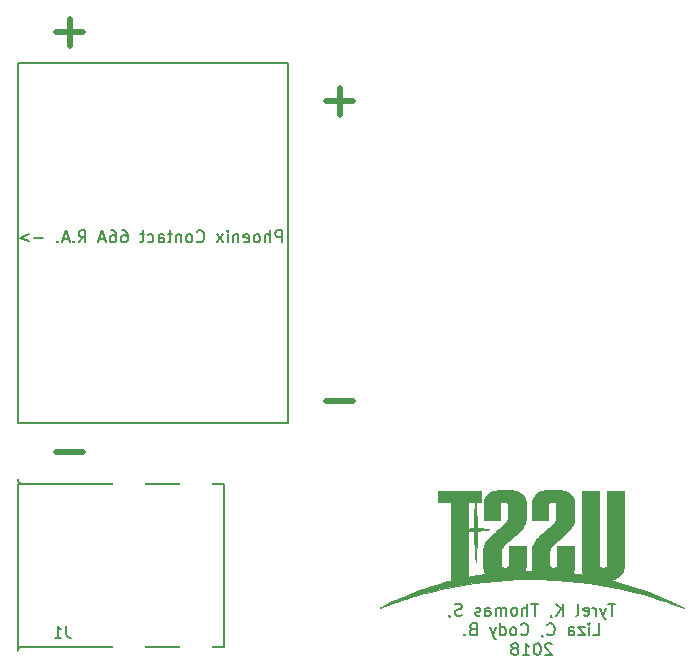
<source format=gbr>
G04 #@! TF.FileFunction,Legend,Bot*
%FSLAX46Y46*%
G04 Gerber Fmt 4.6, Leading zero omitted, Abs format (unit mm)*
G04 Created by KiCad (PCBNEW 4.0.7) date 05/16/18 04:16:24*
%MOMM*%
%LPD*%
G01*
G04 APERTURE LIST*
%ADD10C,0.100000*%
%ADD11C,0.170000*%
%ADD12C,0.500000*%
%ADD13C,0.150000*%
%ADD14C,0.010000*%
%ADD15C,3.600000*%
%ADD16R,2.000000X2.000000*%
%ADD17C,2.000000*%
%ADD18C,2.800000*%
%ADD19C,1.400000*%
%ADD20R,3.400000X3.400000*%
%ADD21C,3.400000*%
%ADD22C,3.200000*%
%ADD23R,1.400000X1.924000*%
G04 APERTURE END LIST*
D10*
D11*
X145247429Y-126306381D02*
X144676000Y-126306381D01*
X144961715Y-127306381D02*
X144961715Y-126306381D01*
X144437905Y-126639714D02*
X144199810Y-127306381D01*
X143961714Y-126639714D02*
X144199810Y-127306381D01*
X144295048Y-127544476D01*
X144342667Y-127592095D01*
X144437905Y-127639714D01*
X143580762Y-127306381D02*
X143580762Y-126639714D01*
X143580762Y-126830190D02*
X143533143Y-126734952D01*
X143485524Y-126687333D01*
X143390286Y-126639714D01*
X143295047Y-126639714D01*
X142580761Y-127258762D02*
X142675999Y-127306381D01*
X142866476Y-127306381D01*
X142961714Y-127258762D01*
X143009333Y-127163524D01*
X143009333Y-126782571D01*
X142961714Y-126687333D01*
X142866476Y-126639714D01*
X142675999Y-126639714D01*
X142580761Y-126687333D01*
X142533142Y-126782571D01*
X142533142Y-126877810D01*
X143009333Y-126973048D01*
X141961714Y-127306381D02*
X142056952Y-127258762D01*
X142104571Y-127163524D01*
X142104571Y-126306381D01*
X140818856Y-127306381D02*
X140818856Y-126306381D01*
X140247427Y-127306381D02*
X140675999Y-126734952D01*
X140247427Y-126306381D02*
X140818856Y-126877810D01*
X139771237Y-127258762D02*
X139771237Y-127306381D01*
X139818856Y-127401619D01*
X139866475Y-127449238D01*
X138723618Y-126306381D02*
X138152189Y-126306381D01*
X138437904Y-127306381D02*
X138437904Y-126306381D01*
X137818856Y-127306381D02*
X137818856Y-126306381D01*
X137390284Y-127306381D02*
X137390284Y-126782571D01*
X137437903Y-126687333D01*
X137533141Y-126639714D01*
X137675999Y-126639714D01*
X137771237Y-126687333D01*
X137818856Y-126734952D01*
X136771237Y-127306381D02*
X136866475Y-127258762D01*
X136914094Y-127211143D01*
X136961713Y-127115905D01*
X136961713Y-126830190D01*
X136914094Y-126734952D01*
X136866475Y-126687333D01*
X136771237Y-126639714D01*
X136628379Y-126639714D01*
X136533141Y-126687333D01*
X136485522Y-126734952D01*
X136437903Y-126830190D01*
X136437903Y-127115905D01*
X136485522Y-127211143D01*
X136533141Y-127258762D01*
X136628379Y-127306381D01*
X136771237Y-127306381D01*
X136009332Y-127306381D02*
X136009332Y-126639714D01*
X136009332Y-126734952D02*
X135961713Y-126687333D01*
X135866475Y-126639714D01*
X135723617Y-126639714D01*
X135628379Y-126687333D01*
X135580760Y-126782571D01*
X135580760Y-127306381D01*
X135580760Y-126782571D02*
X135533141Y-126687333D01*
X135437903Y-126639714D01*
X135295046Y-126639714D01*
X135199808Y-126687333D01*
X135152189Y-126782571D01*
X135152189Y-127306381D01*
X134247427Y-127306381D02*
X134247427Y-126782571D01*
X134295046Y-126687333D01*
X134390284Y-126639714D01*
X134580761Y-126639714D01*
X134675999Y-126687333D01*
X134247427Y-127258762D02*
X134342665Y-127306381D01*
X134580761Y-127306381D01*
X134675999Y-127258762D01*
X134723618Y-127163524D01*
X134723618Y-127068286D01*
X134675999Y-126973048D01*
X134580761Y-126925429D01*
X134342665Y-126925429D01*
X134247427Y-126877810D01*
X133818856Y-127258762D02*
X133723618Y-127306381D01*
X133533142Y-127306381D01*
X133437903Y-127258762D01*
X133390284Y-127163524D01*
X133390284Y-127115905D01*
X133437903Y-127020667D01*
X133533142Y-126973048D01*
X133675999Y-126973048D01*
X133771237Y-126925429D01*
X133818856Y-126830190D01*
X133818856Y-126782571D01*
X133771237Y-126687333D01*
X133675999Y-126639714D01*
X133533142Y-126639714D01*
X133437903Y-126687333D01*
X132247427Y-127258762D02*
X132104570Y-127306381D01*
X131866474Y-127306381D01*
X131771236Y-127258762D01*
X131723617Y-127211143D01*
X131675998Y-127115905D01*
X131675998Y-127020667D01*
X131723617Y-126925429D01*
X131771236Y-126877810D01*
X131866474Y-126830190D01*
X132056951Y-126782571D01*
X132152189Y-126734952D01*
X132199808Y-126687333D01*
X132247427Y-126592095D01*
X132247427Y-126496857D01*
X132199808Y-126401619D01*
X132152189Y-126354000D01*
X132056951Y-126306381D01*
X131818855Y-126306381D01*
X131675998Y-126354000D01*
X131199808Y-127258762D02*
X131199808Y-127306381D01*
X131247427Y-127401619D01*
X131295046Y-127449238D01*
X143366476Y-128976381D02*
X143842667Y-128976381D01*
X143842667Y-127976381D01*
X143033143Y-128976381D02*
X143033143Y-128309714D01*
X143033143Y-127976381D02*
X143080762Y-128024000D01*
X143033143Y-128071619D01*
X142985524Y-128024000D01*
X143033143Y-127976381D01*
X143033143Y-128071619D01*
X142652191Y-128309714D02*
X142128381Y-128309714D01*
X142652191Y-128976381D01*
X142128381Y-128976381D01*
X141318857Y-128976381D02*
X141318857Y-128452571D01*
X141366476Y-128357333D01*
X141461714Y-128309714D01*
X141652191Y-128309714D01*
X141747429Y-128357333D01*
X141318857Y-128928762D02*
X141414095Y-128976381D01*
X141652191Y-128976381D01*
X141747429Y-128928762D01*
X141795048Y-128833524D01*
X141795048Y-128738286D01*
X141747429Y-128643048D01*
X141652191Y-128595429D01*
X141414095Y-128595429D01*
X141318857Y-128547810D01*
X139509333Y-128881143D02*
X139556952Y-128928762D01*
X139699809Y-128976381D01*
X139795047Y-128976381D01*
X139937905Y-128928762D01*
X140033143Y-128833524D01*
X140080762Y-128738286D01*
X140128381Y-128547810D01*
X140128381Y-128404952D01*
X140080762Y-128214476D01*
X140033143Y-128119238D01*
X139937905Y-128024000D01*
X139795047Y-127976381D01*
X139699809Y-127976381D01*
X139556952Y-128024000D01*
X139509333Y-128071619D01*
X139033143Y-128928762D02*
X139033143Y-128976381D01*
X139080762Y-129071619D01*
X139128381Y-129119238D01*
X137271238Y-128881143D02*
X137318857Y-128928762D01*
X137461714Y-128976381D01*
X137556952Y-128976381D01*
X137699810Y-128928762D01*
X137795048Y-128833524D01*
X137842667Y-128738286D01*
X137890286Y-128547810D01*
X137890286Y-128404952D01*
X137842667Y-128214476D01*
X137795048Y-128119238D01*
X137699810Y-128024000D01*
X137556952Y-127976381D01*
X137461714Y-127976381D01*
X137318857Y-128024000D01*
X137271238Y-128071619D01*
X136699810Y-128976381D02*
X136795048Y-128928762D01*
X136842667Y-128881143D01*
X136890286Y-128785905D01*
X136890286Y-128500190D01*
X136842667Y-128404952D01*
X136795048Y-128357333D01*
X136699810Y-128309714D01*
X136556952Y-128309714D01*
X136461714Y-128357333D01*
X136414095Y-128404952D01*
X136366476Y-128500190D01*
X136366476Y-128785905D01*
X136414095Y-128881143D01*
X136461714Y-128928762D01*
X136556952Y-128976381D01*
X136699810Y-128976381D01*
X135509333Y-128976381D02*
X135509333Y-127976381D01*
X135509333Y-128928762D02*
X135604571Y-128976381D01*
X135795048Y-128976381D01*
X135890286Y-128928762D01*
X135937905Y-128881143D01*
X135985524Y-128785905D01*
X135985524Y-128500190D01*
X135937905Y-128404952D01*
X135890286Y-128357333D01*
X135795048Y-128309714D01*
X135604571Y-128309714D01*
X135509333Y-128357333D01*
X135128381Y-128309714D02*
X134890286Y-128976381D01*
X134652190Y-128309714D02*
X134890286Y-128976381D01*
X134985524Y-129214476D01*
X135033143Y-129262095D01*
X135128381Y-129309714D01*
X133175999Y-128452571D02*
X133033142Y-128500190D01*
X132985523Y-128547810D01*
X132937904Y-128643048D01*
X132937904Y-128785905D01*
X132985523Y-128881143D01*
X133033142Y-128928762D01*
X133128380Y-128976381D01*
X133509333Y-128976381D01*
X133509333Y-127976381D01*
X133175999Y-127976381D01*
X133080761Y-128024000D01*
X133033142Y-128071619D01*
X132985523Y-128166857D01*
X132985523Y-128262095D01*
X133033142Y-128357333D01*
X133080761Y-128404952D01*
X133175999Y-128452571D01*
X133509333Y-128452571D01*
X132509333Y-128881143D02*
X132461714Y-128928762D01*
X132509333Y-128976381D01*
X132556952Y-128928762D01*
X132509333Y-128881143D01*
X132509333Y-128976381D01*
X139890286Y-129741619D02*
X139842667Y-129694000D01*
X139747429Y-129646381D01*
X139509333Y-129646381D01*
X139414095Y-129694000D01*
X139366476Y-129741619D01*
X139318857Y-129836857D01*
X139318857Y-129932095D01*
X139366476Y-130074952D01*
X139937905Y-130646381D01*
X139318857Y-130646381D01*
X138699810Y-129646381D02*
X138604571Y-129646381D01*
X138509333Y-129694000D01*
X138461714Y-129741619D01*
X138414095Y-129836857D01*
X138366476Y-130027333D01*
X138366476Y-130265429D01*
X138414095Y-130455905D01*
X138461714Y-130551143D01*
X138509333Y-130598762D01*
X138604571Y-130646381D01*
X138699810Y-130646381D01*
X138795048Y-130598762D01*
X138842667Y-130551143D01*
X138890286Y-130455905D01*
X138937905Y-130265429D01*
X138937905Y-130027333D01*
X138890286Y-129836857D01*
X138842667Y-129741619D01*
X138795048Y-129694000D01*
X138699810Y-129646381D01*
X137414095Y-130646381D02*
X137985524Y-130646381D01*
X137699810Y-130646381D02*
X137699810Y-129646381D01*
X137795048Y-129789238D01*
X137890286Y-129884476D01*
X137985524Y-129932095D01*
X136842667Y-130074952D02*
X136937905Y-130027333D01*
X136985524Y-129979714D01*
X137033143Y-129884476D01*
X137033143Y-129836857D01*
X136985524Y-129741619D01*
X136937905Y-129694000D01*
X136842667Y-129646381D01*
X136652190Y-129646381D01*
X136556952Y-129694000D01*
X136509333Y-129741619D01*
X136461714Y-129836857D01*
X136461714Y-129884476D01*
X136509333Y-129979714D01*
X136556952Y-130027333D01*
X136652190Y-130074952D01*
X136842667Y-130074952D01*
X136937905Y-130122571D01*
X136985524Y-130170190D01*
X137033143Y-130265429D01*
X137033143Y-130455905D01*
X136985524Y-130551143D01*
X136937905Y-130598762D01*
X136842667Y-130646381D01*
X136652190Y-130646381D01*
X136556952Y-130598762D01*
X136509333Y-130551143D01*
X136461714Y-130455905D01*
X136461714Y-130265429D01*
X136509333Y-130170190D01*
X136556952Y-130122571D01*
X136652190Y-130074952D01*
D12*
X123062857Y-109180286D02*
X120777143Y-109180286D01*
X100202857Y-113498286D02*
X97917143Y-113498286D01*
X123062857Y-83780286D02*
X120777143Y-83780286D01*
X121920000Y-84923143D02*
X121920000Y-82637429D01*
X100202857Y-77938286D02*
X97917143Y-77938286D01*
X99060000Y-79081143D02*
X99060000Y-76795429D01*
D13*
X94649272Y-130294668D02*
G75*
G02X94989272Y-129934668I350000J10000D01*
G01*
X94979272Y-116134668D02*
G75*
G02X94649272Y-115784668I10000J340000D01*
G01*
X112099272Y-116134668D02*
X112109272Y-129934668D01*
X112109272Y-129934668D02*
X94649272Y-129934668D01*
X94649272Y-129934668D02*
X94649272Y-116134668D01*
X94649272Y-116134668D02*
X112109272Y-116134668D01*
X94688000Y-80528000D02*
X94688000Y-81798000D01*
X117548000Y-80528000D02*
X94688000Y-80528000D01*
X117548000Y-111008000D02*
X117548000Y-80528000D01*
X94688000Y-111008000D02*
X117548000Y-111008000D01*
X94688000Y-81798000D02*
X94688000Y-111008000D01*
D14*
G36*
X139856139Y-116665918D02*
X139706762Y-116670198D01*
X139577803Y-116676541D01*
X139464325Y-116685496D01*
X139361391Y-116697610D01*
X139264066Y-116713430D01*
X139167412Y-116733503D01*
X139099927Y-116749767D01*
X138921662Y-116804100D01*
X138764671Y-116871876D01*
X138628417Y-116953518D01*
X138512366Y-117049452D01*
X138415981Y-117160101D01*
X138338726Y-117285890D01*
X138294139Y-117387419D01*
X138278607Y-117429898D01*
X138265222Y-117470099D01*
X138253824Y-117510224D01*
X138244256Y-117552476D01*
X138236357Y-117599054D01*
X138229969Y-117652161D01*
X138224933Y-117713997D01*
X138221089Y-117786765D01*
X138218278Y-117872665D01*
X138216342Y-117973900D01*
X138215121Y-118092669D01*
X138214456Y-118231176D01*
X138214188Y-118391621D01*
X138214152Y-118494175D01*
X138214100Y-119253000D01*
X139585700Y-119253000D01*
X139585700Y-118544490D01*
X139585701Y-117835981D01*
X139614275Y-117779315D01*
X139654064Y-117728127D01*
X139714261Y-117690129D01*
X139793309Y-117665759D01*
X139889651Y-117655451D01*
X140001729Y-117659644D01*
X140030178Y-117662780D01*
X140109606Y-117675974D01*
X140168651Y-117694632D01*
X140212135Y-117721068D01*
X140244879Y-117757594D01*
X140252450Y-117769397D01*
X140258163Y-117779702D01*
X140262948Y-117791497D01*
X140266889Y-117806986D01*
X140270067Y-117828372D01*
X140272564Y-117857857D01*
X140274461Y-117897644D01*
X140275842Y-117949936D01*
X140276787Y-118016936D01*
X140277378Y-118100846D01*
X140277698Y-118203870D01*
X140277828Y-118328211D01*
X140277850Y-118452900D01*
X140277814Y-118605291D01*
X140277544Y-118734619D01*
X140276801Y-118843217D01*
X140275346Y-118933423D01*
X140272941Y-119007571D01*
X140269345Y-119067997D01*
X140264319Y-119117037D01*
X140257624Y-119157027D01*
X140249020Y-119190302D01*
X140238270Y-119219197D01*
X140225132Y-119246049D01*
X140209368Y-119273193D01*
X140190761Y-119302929D01*
X140168261Y-119337249D01*
X140144076Y-119371081D01*
X140116733Y-119405845D01*
X140084758Y-119442959D01*
X140046679Y-119483845D01*
X140001021Y-119529922D01*
X139946313Y-119582609D01*
X139881080Y-119643328D01*
X139803849Y-119713496D01*
X139713147Y-119794534D01*
X139607502Y-119887863D01*
X139485439Y-119994901D01*
X139350750Y-120112479D01*
X139179105Y-120263852D01*
X139026800Y-120402087D01*
X138892436Y-120528711D01*
X138774615Y-120645250D01*
X138671939Y-120753232D01*
X138583009Y-120854184D01*
X138506427Y-120949633D01*
X138440794Y-121041107D01*
X138384711Y-121130131D01*
X138336781Y-121218233D01*
X138335144Y-121221500D01*
X138300573Y-121294424D01*
X138270663Y-121366705D01*
X138245134Y-121440659D01*
X138223704Y-121518600D01*
X138206093Y-121602842D01*
X138192022Y-121695702D01*
X138181209Y-121799493D01*
X138173374Y-121916531D01*
X138168237Y-122049130D01*
X138165516Y-122199606D01*
X138164933Y-122370273D01*
X138166205Y-122563445D01*
X138166732Y-122611462D01*
X138168747Y-122761539D01*
X138171151Y-122889028D01*
X138174169Y-122996744D01*
X138178024Y-123087500D01*
X138182942Y-123164108D01*
X138189147Y-123229381D01*
X138196862Y-123286132D01*
X138206313Y-123337175D01*
X138217722Y-123385322D01*
X138231316Y-123433385D01*
X138232607Y-123437650D01*
X138243595Y-123475378D01*
X138250657Y-123502724D01*
X138252063Y-123510675D01*
X138239956Y-123513227D01*
X138205778Y-123515520D01*
X138152857Y-123517460D01*
X138084522Y-123518950D01*
X138004100Y-123519895D01*
X137921145Y-123520200D01*
X137820888Y-123520104D01*
X137743248Y-123519690D01*
X137685444Y-123518767D01*
X137644691Y-123517144D01*
X137618209Y-123514630D01*
X137603214Y-123511034D01*
X137596923Y-123506166D01*
X137596556Y-123499834D01*
X137597071Y-123497975D01*
X137620952Y-123411744D01*
X137642899Y-123314118D01*
X137660203Y-123218050D01*
X137668145Y-123158250D01*
X137670297Y-123125237D01*
X137672334Y-123069387D01*
X137674222Y-122993262D01*
X137675925Y-122899426D01*
X137677410Y-122790441D01*
X137678642Y-122668869D01*
X137679586Y-122537274D01*
X137680209Y-122398217D01*
X137680475Y-122254263D01*
X137680480Y-122240675D01*
X137680700Y-121437400D01*
X136246133Y-121437400D01*
X136242692Y-122272425D01*
X136242075Y-122443190D01*
X136241570Y-122590411D01*
X136240934Y-122715940D01*
X136239920Y-122821630D01*
X136238285Y-122909335D01*
X136235784Y-122980907D01*
X136232173Y-123038199D01*
X136227205Y-123083065D01*
X136220638Y-123117356D01*
X136212226Y-123142926D01*
X136201724Y-123161629D01*
X136188888Y-123175316D01*
X136173473Y-123185841D01*
X136155234Y-123195056D01*
X136133928Y-123204816D01*
X136118600Y-123212187D01*
X136085831Y-123227547D01*
X136056394Y-123237624D01*
X136023513Y-123243515D01*
X135980411Y-123246317D01*
X135920312Y-123247129D01*
X135902700Y-123247150D01*
X135811684Y-123244517D01*
X135740580Y-123235634D01*
X135684355Y-123219021D01*
X135637972Y-123193201D01*
X135597065Y-123157381D01*
X135553450Y-123112377D01*
X135553450Y-121773950D01*
X135598966Y-121678700D01*
X135624678Y-121628737D01*
X135654448Y-121579018D01*
X135689737Y-121528045D01*
X135732009Y-121474324D01*
X135782727Y-121416357D01*
X135843354Y-121352648D01*
X135915353Y-121281702D01*
X136000187Y-121202022D01*
X136099319Y-121112112D01*
X136214212Y-121010476D01*
X136346328Y-120895618D01*
X136461779Y-120796314D01*
X136636712Y-120644659D01*
X136791847Y-120506442D01*
X136928255Y-120380620D01*
X137047007Y-120266152D01*
X137149172Y-120161993D01*
X137235821Y-120067102D01*
X137308025Y-119980436D01*
X137333600Y-119947174D01*
X137409479Y-119837769D01*
X137480381Y-119720135D01*
X137542327Y-119601585D01*
X137591341Y-119489434D01*
X137608641Y-119441430D01*
X137621819Y-119400359D01*
X137633114Y-119361138D01*
X137642669Y-119321498D01*
X137650628Y-119279168D01*
X137657132Y-119231878D01*
X137662324Y-119177356D01*
X137666347Y-119113334D01*
X137669344Y-119037539D01*
X137671456Y-118947703D01*
X137672827Y-118841554D01*
X137673599Y-118716823D01*
X137673914Y-118571238D01*
X137673916Y-118402529D01*
X137673916Y-118402100D01*
X137673482Y-117671850D01*
X137639807Y-117548357D01*
X137585550Y-117392598D01*
X137511964Y-117253089D01*
X137418615Y-117129299D01*
X137305071Y-117020701D01*
X137170896Y-116926764D01*
X137096500Y-116885419D01*
X137003287Y-116841242D01*
X136905738Y-116803065D01*
X136799688Y-116769729D01*
X136680974Y-116740075D01*
X136545433Y-116712944D01*
X136388901Y-116687177D01*
X136378950Y-116685679D01*
X136317142Y-116678976D01*
X136234457Y-116673802D01*
X136135370Y-116670128D01*
X136024357Y-116667931D01*
X135905895Y-116667183D01*
X135784458Y-116667858D01*
X135664522Y-116669931D01*
X135550562Y-116673375D01*
X135447054Y-116678164D01*
X135358475Y-116684273D01*
X135289298Y-116691675D01*
X135286750Y-116692033D01*
X135078364Y-116728870D01*
X134892171Y-116777160D01*
X134727486Y-116837321D01*
X134583623Y-116909772D01*
X134459896Y-116994935D01*
X134355620Y-117093227D01*
X134270110Y-117205069D01*
X134202679Y-117330880D01*
X134188851Y-117363849D01*
X134173185Y-117403473D01*
X134159675Y-117439470D01*
X134148148Y-117474003D01*
X134138432Y-117509236D01*
X134130357Y-117547335D01*
X134123750Y-117590463D01*
X134118440Y-117640785D01*
X134114255Y-117700465D01*
X134111023Y-117771667D01*
X134108573Y-117856555D01*
X134106733Y-117957293D01*
X134105331Y-118076047D01*
X134104195Y-118214980D01*
X134103155Y-118376256D01*
X134102714Y-118449724D01*
X134097913Y-119252999D01*
X134784407Y-119252999D01*
X135470900Y-119253000D01*
X135470900Y-118545809D01*
X135470925Y-118393786D01*
X135471049Y-118265043D01*
X135471343Y-118157458D01*
X135471883Y-118068913D01*
X135472741Y-117997285D01*
X135473991Y-117940455D01*
X135475705Y-117896302D01*
X135477957Y-117862706D01*
X135480820Y-117837546D01*
X135484367Y-117818701D01*
X135488672Y-117804052D01*
X135493807Y-117791478D01*
X135497202Y-117784288D01*
X135527302Y-117737906D01*
X135568697Y-117704243D01*
X135625863Y-117680741D01*
X135703277Y-117664840D01*
X135707130Y-117664287D01*
X135824575Y-117655299D01*
X135931398Y-117662394D01*
X136023390Y-117685188D01*
X136048361Y-117695437D01*
X136072801Y-117706367D01*
X136093506Y-117716355D01*
X136110783Y-117727479D01*
X136124942Y-117741814D01*
X136136293Y-117761437D01*
X136145143Y-117788423D01*
X136151803Y-117824849D01*
X136156582Y-117872790D01*
X136159789Y-117934324D01*
X136161733Y-118011525D01*
X136162723Y-118106471D01*
X136163068Y-118221237D01*
X136163078Y-118357899D01*
X136163050Y-118465600D01*
X136163033Y-118611175D01*
X136162920Y-118733618D01*
X136162622Y-118835199D01*
X136162047Y-118918185D01*
X136161106Y-118984845D01*
X136159707Y-119037448D01*
X136157761Y-119078263D01*
X136155177Y-119109557D01*
X136151865Y-119133599D01*
X136147733Y-119152658D01*
X136142692Y-119169003D01*
X136136652Y-119184901D01*
X136134117Y-119191193D01*
X136111994Y-119237500D01*
X136080739Y-119292660D01*
X136046761Y-119345436D01*
X136043606Y-119349943D01*
X136023342Y-119378239D01*
X136003250Y-119405044D01*
X135981954Y-119431645D01*
X135958074Y-119459332D01*
X135930231Y-119489395D01*
X135897047Y-119523123D01*
X135857143Y-119561805D01*
X135809140Y-119606730D01*
X135751660Y-119659188D01*
X135683323Y-119720467D01*
X135602752Y-119791858D01*
X135508568Y-119874650D01*
X135399391Y-119970131D01*
X135273844Y-120079591D01*
X135130547Y-120204319D01*
X135122356Y-120211445D01*
X135047669Y-120277800D01*
X134962197Y-120355992D01*
X134872810Y-120439595D01*
X134786375Y-120522184D01*
X134709762Y-120597333D01*
X134708298Y-120598795D01*
X134567569Y-120745061D01*
X134447799Y-120882502D01*
X134347360Y-121013908D01*
X134264624Y-121142070D01*
X134197960Y-121269779D01*
X134145741Y-121399826D01*
X134106337Y-121535001D01*
X134078120Y-121678096D01*
X134078026Y-121678700D01*
X134072700Y-121715645D01*
X134068252Y-121754106D01*
X134064603Y-121796679D01*
X134061678Y-121845960D01*
X134059400Y-121904544D01*
X134057692Y-121975028D01*
X134056479Y-122060005D01*
X134055684Y-122162073D01*
X134055230Y-122283827D01*
X134055042Y-122427863D01*
X134055029Y-122459750D01*
X134055175Y-122623900D01*
X134055821Y-122765079D01*
X134057131Y-122885711D01*
X134059268Y-122988223D01*
X134062395Y-123075041D01*
X134066675Y-123148589D01*
X134072272Y-123211295D01*
X134079349Y-123265583D01*
X134088069Y-123313880D01*
X134098596Y-123358611D01*
X134111092Y-123402202D01*
X134120422Y-123431300D01*
X134170296Y-123553959D01*
X134239984Y-123678596D01*
X134267817Y-123721117D01*
X134287878Y-123752500D01*
X134299395Y-123773988D01*
X134300550Y-123779537D01*
X134287265Y-123782239D01*
X134252387Y-123787889D01*
X134199481Y-123795950D01*
X134132111Y-123805885D01*
X134053845Y-123817156D01*
X134004050Y-123824209D01*
X133915841Y-123837103D01*
X133808756Y-123853525D01*
X133688916Y-123872492D01*
X133562442Y-123893017D01*
X133435455Y-123914117D01*
X133314075Y-123934806D01*
X133281796Y-123940414D01*
X133179951Y-123958105D01*
X133085700Y-123974312D01*
X133002056Y-123988529D01*
X132932030Y-124000251D01*
X132878636Y-124008973D01*
X132844885Y-124014189D01*
X132834121Y-124015500D01*
X132831739Y-124012482D01*
X132829575Y-124002689D01*
X132827621Y-123985015D01*
X132825865Y-123958350D01*
X132824299Y-123921588D01*
X132822912Y-123873620D01*
X132821694Y-123813339D01*
X132820635Y-123739637D01*
X132819725Y-123651407D01*
X132818955Y-123547540D01*
X132818314Y-123426929D01*
X132817791Y-123288466D01*
X132817378Y-123131043D01*
X132817065Y-122953553D01*
X132816840Y-122754888D01*
X132816695Y-122533939D01*
X132816618Y-122289601D01*
X132816600Y-122072717D01*
X132816601Y-120129935D01*
X132851525Y-120135555D01*
X132876377Y-120138980D01*
X132920921Y-120144571D01*
X132979608Y-120151651D01*
X133046890Y-120159544D01*
X133073571Y-120162617D01*
X133260692Y-120184059D01*
X133266981Y-120223354D01*
X133268797Y-120242488D01*
X133271967Y-120284785D01*
X133276350Y-120348054D01*
X133281805Y-120430103D01*
X133288191Y-120528739D01*
X133295367Y-120641769D01*
X133303191Y-120767003D01*
X133311523Y-120902248D01*
X133320220Y-121045311D01*
X133324711Y-121119900D01*
X133340287Y-121377873D01*
X133354577Y-121611156D01*
X133367628Y-121820423D01*
X133379488Y-122006350D01*
X133390204Y-122169610D01*
X133399824Y-122310880D01*
X133408396Y-122430833D01*
X133415967Y-122530144D01*
X133422584Y-122609489D01*
X133428294Y-122669541D01*
X133433146Y-122710975D01*
X133437187Y-122734467D01*
X133438655Y-122739150D01*
X133445580Y-122749514D01*
X133449354Y-122739182D01*
X133450864Y-122707400D01*
X133451957Y-122675102D01*
X133454331Y-122623288D01*
X133457694Y-122557791D01*
X133461750Y-122484446D01*
X133464299Y-122440700D01*
X133467505Y-122383270D01*
X133471776Y-122301005D01*
X133477088Y-122194448D01*
X133483414Y-122064140D01*
X133490730Y-121910623D01*
X133499010Y-121734439D01*
X133508229Y-121536129D01*
X133518362Y-121316237D01*
X133529382Y-121075302D01*
X133541265Y-120813869D01*
X133553985Y-120532477D01*
X133561317Y-120369667D01*
X133569642Y-120184584D01*
X134053546Y-120104106D01*
X134161377Y-120086007D01*
X134261340Y-120068911D01*
X134350661Y-120053315D01*
X134426568Y-120039718D01*
X134486290Y-120028618D01*
X134527052Y-120020512D01*
X134546083Y-120015900D01*
X134547045Y-120015434D01*
X134537902Y-120011489D01*
X134506117Y-120005091D01*
X134454291Y-119996595D01*
X134385025Y-119986353D01*
X134300923Y-119974720D01*
X134204585Y-119962049D01*
X134098614Y-119948693D01*
X133985612Y-119935005D01*
X133868179Y-119921340D01*
X133789605Y-119912516D01*
X133718687Y-119904393D01*
X133657002Y-119896801D01*
X133608798Y-119890305D01*
X133578320Y-119885471D01*
X133569596Y-119883228D01*
X133567768Y-119869830D01*
X133564652Y-119833522D01*
X133560411Y-119776756D01*
X133555213Y-119701981D01*
X133549221Y-119611647D01*
X133542603Y-119508204D01*
X133535523Y-119394101D01*
X133528147Y-119271788D01*
X133527108Y-119254283D01*
X133518659Y-119112259D01*
X133509687Y-118962574D01*
X133500501Y-118810279D01*
X133491407Y-118660428D01*
X133482713Y-118518074D01*
X133474725Y-118388268D01*
X133467750Y-118276063D01*
X133464542Y-118225025D01*
X133458242Y-118123915D01*
X133452503Y-118029153D01*
X133447523Y-117944197D01*
X133443497Y-117872505D01*
X133440623Y-117817536D01*
X133439097Y-117782747D01*
X133438900Y-117774074D01*
X133438900Y-117729000D01*
X133353931Y-117729000D01*
X133345634Y-117954425D01*
X133341712Y-118057501D01*
X133337004Y-118175365D01*
X133331642Y-118305147D01*
X133325756Y-118443980D01*
X133319477Y-118588996D01*
X133312937Y-118737325D01*
X133306265Y-118886101D01*
X133299593Y-119032454D01*
X133293050Y-119173516D01*
X133286769Y-119306420D01*
X133280880Y-119428296D01*
X133275513Y-119536278D01*
X133270800Y-119627496D01*
X133266871Y-119699082D01*
X133263856Y-119748168D01*
X133263847Y-119748300D01*
X133254750Y-119881650D01*
X133064250Y-119915245D01*
X132995574Y-119927119D01*
X132933949Y-119937334D01*
X132884563Y-119945063D01*
X132852601Y-119949479D01*
X132845175Y-119950170D01*
X132816600Y-119951500D01*
X132816600Y-117729000D01*
X133353931Y-117729000D01*
X133438900Y-117729000D01*
X133908800Y-117729000D01*
X133908800Y-116738400D01*
X130238500Y-116738400D01*
X130238500Y-117728724D01*
X131311650Y-117735350D01*
X131318048Y-124357408D01*
X131270399Y-124369879D01*
X131235569Y-124378859D01*
X131185474Y-124391608D01*
X131129493Y-124405743D01*
X131114800Y-124409433D01*
X130774109Y-124498528D01*
X130415753Y-124599077D01*
X130043978Y-124709683D01*
X129663030Y-124828948D01*
X129277153Y-124955478D01*
X128890594Y-125087874D01*
X128507597Y-125224741D01*
X128132407Y-125364681D01*
X127769270Y-125506297D01*
X127715789Y-125527724D01*
X127505446Y-125613577D01*
X127286234Y-125705433D01*
X127061453Y-125801790D01*
X126834405Y-125901148D01*
X126608388Y-126002007D01*
X126386704Y-126102868D01*
X126172654Y-126202229D01*
X125969537Y-126298591D01*
X125780654Y-126390453D01*
X125609306Y-126476316D01*
X125472706Y-126547279D01*
X125406341Y-126583237D01*
X125354597Y-126612788D01*
X125318979Y-126634905D01*
X125300988Y-126648561D01*
X125302127Y-126652729D01*
X125323899Y-126646382D01*
X125332400Y-126643165D01*
X125666525Y-126515747D01*
X126018555Y-126386115D01*
X126383655Y-126255884D01*
X126756990Y-126126669D01*
X127133724Y-126000085D01*
X127509024Y-125877746D01*
X127878054Y-125761268D01*
X128235979Y-125652264D01*
X128577965Y-125552351D01*
X128710049Y-125515059D01*
X129619610Y-125274197D01*
X130534635Y-125058089D01*
X131454708Y-124866780D01*
X132379417Y-124700314D01*
X133308348Y-124558734D01*
X134241087Y-124442084D01*
X135177220Y-124350408D01*
X136116334Y-124283749D01*
X137058016Y-124242153D01*
X138001851Y-124225661D01*
X138947426Y-124234319D01*
X139894328Y-124268171D01*
X140277850Y-124289043D01*
X141208834Y-124357226D01*
X142137916Y-124450228D01*
X143064026Y-124567865D01*
X143986095Y-124709956D01*
X144903055Y-124876316D01*
X145813835Y-125066763D01*
X146717368Y-125281114D01*
X147612583Y-125519184D01*
X147843965Y-125584980D01*
X148146154Y-125673962D01*
X148461233Y-125770288D01*
X148783892Y-125872203D01*
X149108822Y-125977952D01*
X149430714Y-126085777D01*
X149744259Y-126193924D01*
X150044146Y-126300636D01*
X150325068Y-126404157D01*
X150355300Y-126415545D01*
X150491434Y-126466682D01*
X150616868Y-126513280D01*
X150729898Y-126554735D01*
X150828817Y-126590440D01*
X150911921Y-126619791D01*
X150977505Y-126642183D01*
X151023864Y-126657011D01*
X151049293Y-126663670D01*
X151053800Y-126663426D01*
X151042657Y-126654384D01*
X151010676Y-126635660D01*
X150960034Y-126608319D01*
X150892908Y-126573428D01*
X150811473Y-126532054D01*
X150717905Y-126485265D01*
X150614381Y-126434126D01*
X150503076Y-126379704D01*
X150386167Y-126323066D01*
X150265830Y-126265280D01*
X150144241Y-126207410D01*
X150023576Y-126150526D01*
X149906010Y-126095692D01*
X149793721Y-126043976D01*
X149743480Y-126021092D01*
X149212945Y-125787179D01*
X148672583Y-125562109D01*
X148126016Y-125347162D01*
X147576866Y-125143619D01*
X147028753Y-124952760D01*
X146485300Y-124775866D01*
X145950128Y-124614217D01*
X145426858Y-124469092D01*
X145157825Y-124399873D01*
X145076345Y-124379157D01*
X145003763Y-124360050D01*
X144943493Y-124343505D01*
X144898948Y-124330474D01*
X144873543Y-124321911D01*
X144868900Y-124319257D01*
X144880010Y-124311503D01*
X144909577Y-124298196D01*
X144951954Y-124281800D01*
X144967325Y-124276294D01*
X145064929Y-124238224D01*
X145170879Y-124190557D01*
X145275904Y-124137836D01*
X145370731Y-124084608D01*
X145415000Y-124056880D01*
X145562835Y-123948701D01*
X145688003Y-123832601D01*
X145792762Y-123705555D01*
X145879370Y-123564540D01*
X145950083Y-123406532D01*
X145991019Y-123285250D01*
X146017666Y-123196350D01*
X146021302Y-119967374D01*
X146024938Y-116738399D01*
X145281819Y-116738399D01*
X144538700Y-116738400D01*
X144536715Y-117484525D01*
X144536501Y-117575917D01*
X144536281Y-117690935D01*
X144536055Y-117827808D01*
X144535827Y-117984760D01*
X144535597Y-118160019D01*
X144535368Y-118351812D01*
X144535141Y-118558364D01*
X144534918Y-118777904D01*
X144534701Y-119008657D01*
X144534491Y-119248850D01*
X144534291Y-119496710D01*
X144534102Y-119750464D01*
X144533925Y-120008338D01*
X144533763Y-120268559D01*
X144533617Y-120529354D01*
X144533540Y-120681750D01*
X144533367Y-120929614D01*
X144533095Y-121170803D01*
X144532729Y-121404077D01*
X144532276Y-121628199D01*
X144531742Y-121841931D01*
X144531131Y-122044036D01*
X144530450Y-122233276D01*
X144529705Y-122408412D01*
X144528901Y-122568207D01*
X144528045Y-122711423D01*
X144527142Y-122836822D01*
X144526197Y-122943167D01*
X144525217Y-123029219D01*
X144524207Y-123093742D01*
X144523174Y-123135496D01*
X144522122Y-123153244D01*
X144521988Y-123153716D01*
X144505632Y-123169354D01*
X144472949Y-123189926D01*
X144433088Y-123209995D01*
X144338590Y-123240935D01*
X144238372Y-123253197D01*
X144138431Y-123247199D01*
X144044766Y-123223359D01*
X143963375Y-123182096D01*
X143955706Y-123176713D01*
X143901381Y-123137360D01*
X143903822Y-121299955D01*
X143904122Y-121055239D01*
X143904391Y-120797963D01*
X143904627Y-120531351D01*
X143904830Y-120258627D01*
X143904997Y-119983016D01*
X143905129Y-119707743D01*
X143905223Y-119436031D01*
X143905279Y-119171105D01*
X143905296Y-118916191D01*
X143905272Y-118674512D01*
X143905205Y-118449292D01*
X143905096Y-118243756D01*
X143904982Y-118100475D01*
X143903700Y-116738400D01*
X142404594Y-116738400D01*
X142408655Y-120088025D01*
X142409059Y-120436265D01*
X142409410Y-120760045D01*
X142409731Y-121060304D01*
X142410043Y-121337982D01*
X142410368Y-121594018D01*
X142410729Y-121829353D01*
X142411147Y-122044924D01*
X142411645Y-122241673D01*
X142412244Y-122420539D01*
X142412966Y-122582461D01*
X142413833Y-122728378D01*
X142414867Y-122859231D01*
X142416091Y-122975959D01*
X142417526Y-123079501D01*
X142419194Y-123170798D01*
X142421118Y-123250787D01*
X142423318Y-123320411D01*
X142425818Y-123380607D01*
X142428639Y-123432315D01*
X142431802Y-123476475D01*
X142435331Y-123514026D01*
X142439247Y-123545909D01*
X142443572Y-123573062D01*
X142448328Y-123596426D01*
X142453537Y-123616939D01*
X142459221Y-123635541D01*
X142465402Y-123653172D01*
X142472101Y-123670772D01*
X142479342Y-123689279D01*
X142487146Y-123709635D01*
X142493806Y-123727874D01*
X142510432Y-123777282D01*
X142522129Y-123817190D01*
X142527343Y-123841986D01*
X142526890Y-123847143D01*
X142513072Y-123847141D01*
X142477264Y-123843839D01*
X142422606Y-123837618D01*
X142352240Y-123828861D01*
X142269307Y-123817949D01*
X142176949Y-123805265D01*
X142141898Y-123800324D01*
X142041648Y-123786297D01*
X141944978Y-123773145D01*
X141856036Y-123761402D01*
X141778967Y-123751606D01*
X141717918Y-123744291D01*
X141677034Y-123739994D01*
X141671675Y-123739546D01*
X141627038Y-123735126D01*
X141594347Y-123730035D01*
X141579895Y-123725287D01*
X141579684Y-123724741D01*
X141586244Y-123710129D01*
X141602273Y-123684123D01*
X141605756Y-123678950D01*
X141648361Y-123607869D01*
X141690068Y-123523352D01*
X141725530Y-123436969D01*
X141744727Y-123378226D01*
X141754360Y-123340058D01*
X141762730Y-123297843D01*
X141769919Y-123249657D01*
X141776011Y-123193580D01*
X141781089Y-123127688D01*
X141785235Y-123050058D01*
X141788533Y-122958767D01*
X141791066Y-122851894D01*
X141792916Y-122727516D01*
X141794167Y-122583709D01*
X141794901Y-122418551D01*
X141795202Y-122230121D01*
X141795212Y-122208925D01*
X141795500Y-121437400D01*
X140360400Y-121437400D01*
X140360400Y-122250607D01*
X140360310Y-122420759D01*
X140360015Y-122567246D01*
X140359479Y-122691803D01*
X140358669Y-122796163D01*
X140357549Y-122882062D01*
X140356083Y-122951234D01*
X140354237Y-123005413D01*
X140351976Y-123046334D01*
X140349263Y-123075731D01*
X140346065Y-123095339D01*
X140343077Y-123105275D01*
X140306036Y-123161629D01*
X140248141Y-123205124D01*
X140170804Y-123235129D01*
X140075435Y-123251010D01*
X140012854Y-123253500D01*
X139909695Y-123246466D01*
X139821622Y-123226009D01*
X139750819Y-123193092D01*
X139699476Y-123148681D01*
X139673188Y-123103735D01*
X139670956Y-123085422D01*
X139668883Y-123044289D01*
X139667014Y-122982917D01*
X139665391Y-122903886D01*
X139664057Y-122809778D01*
X139663055Y-122703171D01*
X139662430Y-122586647D01*
X139662224Y-122462786D01*
X139662228Y-122449398D01*
X139662330Y-122307201D01*
X139662538Y-122188027D01*
X139662948Y-122089497D01*
X139663656Y-122009233D01*
X139664760Y-121944859D01*
X139666356Y-121893996D01*
X139668540Y-121854266D01*
X139671408Y-121823291D01*
X139675057Y-121798694D01*
X139679584Y-121778097D01*
X139685085Y-121759123D01*
X139690949Y-121741465D01*
X139711367Y-121688027D01*
X139736596Y-121635046D01*
X139767961Y-121581117D01*
X139806788Y-121524839D01*
X139854402Y-121464807D01*
X139912129Y-121399617D01*
X139981294Y-121327868D01*
X140063224Y-121248155D01*
X140159244Y-121159075D01*
X140270679Y-121059224D01*
X140398855Y-120947200D01*
X140545098Y-120821598D01*
X140620326Y-120757582D01*
X140789386Y-120612248D01*
X140939035Y-120479502D01*
X141070847Y-120357616D01*
X141186392Y-120244863D01*
X141287245Y-120139518D01*
X141374977Y-120039852D01*
X141451160Y-119944140D01*
X141517367Y-119850653D01*
X141575170Y-119757666D01*
X141626141Y-119663452D01*
X141637589Y-119640350D01*
X141673074Y-119565855D01*
X141701816Y-119500238D01*
X141724645Y-119439359D01*
X141742390Y-119379083D01*
X141755879Y-119315271D01*
X141765941Y-119243786D01*
X141773406Y-119160489D01*
X141779101Y-119061245D01*
X141783857Y-118941914D01*
X141785152Y-118903750D01*
X141788123Y-118792667D01*
X141790399Y-118663595D01*
X141791924Y-118523935D01*
X141792641Y-118381088D01*
X141792494Y-118242457D01*
X141791426Y-118115444D01*
X141791266Y-118103650D01*
X141789032Y-117968723D01*
X141786134Y-117855865D01*
X141782067Y-117761742D01*
X141776324Y-117683023D01*
X141768398Y-117616376D01*
X141757782Y-117558470D01*
X141743969Y-117505972D01*
X141726454Y-117455551D01*
X141704729Y-117403874D01*
X141678288Y-117347611D01*
X141675387Y-117341650D01*
X141605536Y-117219666D01*
X141521310Y-117112350D01*
X141420750Y-117018165D01*
X141301899Y-116935575D01*
X141162803Y-116863042D01*
X141001503Y-116799030D01*
X140971541Y-116788820D01*
X140836570Y-116748739D01*
X140695191Y-116716849D01*
X140544186Y-116692796D01*
X140380339Y-116676224D01*
X140200434Y-116666781D01*
X140001254Y-116664110D01*
X139856139Y-116665918D01*
X139856139Y-116665918D01*
G37*
X139856139Y-116665918D02*
X139706762Y-116670198D01*
X139577803Y-116676541D01*
X139464325Y-116685496D01*
X139361391Y-116697610D01*
X139264066Y-116713430D01*
X139167412Y-116733503D01*
X139099927Y-116749767D01*
X138921662Y-116804100D01*
X138764671Y-116871876D01*
X138628417Y-116953518D01*
X138512366Y-117049452D01*
X138415981Y-117160101D01*
X138338726Y-117285890D01*
X138294139Y-117387419D01*
X138278607Y-117429898D01*
X138265222Y-117470099D01*
X138253824Y-117510224D01*
X138244256Y-117552476D01*
X138236357Y-117599054D01*
X138229969Y-117652161D01*
X138224933Y-117713997D01*
X138221089Y-117786765D01*
X138218278Y-117872665D01*
X138216342Y-117973900D01*
X138215121Y-118092669D01*
X138214456Y-118231176D01*
X138214188Y-118391621D01*
X138214152Y-118494175D01*
X138214100Y-119253000D01*
X139585700Y-119253000D01*
X139585700Y-118544490D01*
X139585701Y-117835981D01*
X139614275Y-117779315D01*
X139654064Y-117728127D01*
X139714261Y-117690129D01*
X139793309Y-117665759D01*
X139889651Y-117655451D01*
X140001729Y-117659644D01*
X140030178Y-117662780D01*
X140109606Y-117675974D01*
X140168651Y-117694632D01*
X140212135Y-117721068D01*
X140244879Y-117757594D01*
X140252450Y-117769397D01*
X140258163Y-117779702D01*
X140262948Y-117791497D01*
X140266889Y-117806986D01*
X140270067Y-117828372D01*
X140272564Y-117857857D01*
X140274461Y-117897644D01*
X140275842Y-117949936D01*
X140276787Y-118016936D01*
X140277378Y-118100846D01*
X140277698Y-118203870D01*
X140277828Y-118328211D01*
X140277850Y-118452900D01*
X140277814Y-118605291D01*
X140277544Y-118734619D01*
X140276801Y-118843217D01*
X140275346Y-118933423D01*
X140272941Y-119007571D01*
X140269345Y-119067997D01*
X140264319Y-119117037D01*
X140257624Y-119157027D01*
X140249020Y-119190302D01*
X140238270Y-119219197D01*
X140225132Y-119246049D01*
X140209368Y-119273193D01*
X140190761Y-119302929D01*
X140168261Y-119337249D01*
X140144076Y-119371081D01*
X140116733Y-119405845D01*
X140084758Y-119442959D01*
X140046679Y-119483845D01*
X140001021Y-119529922D01*
X139946313Y-119582609D01*
X139881080Y-119643328D01*
X139803849Y-119713496D01*
X139713147Y-119794534D01*
X139607502Y-119887863D01*
X139485439Y-119994901D01*
X139350750Y-120112479D01*
X139179105Y-120263852D01*
X139026800Y-120402087D01*
X138892436Y-120528711D01*
X138774615Y-120645250D01*
X138671939Y-120753232D01*
X138583009Y-120854184D01*
X138506427Y-120949633D01*
X138440794Y-121041107D01*
X138384711Y-121130131D01*
X138336781Y-121218233D01*
X138335144Y-121221500D01*
X138300573Y-121294424D01*
X138270663Y-121366705D01*
X138245134Y-121440659D01*
X138223704Y-121518600D01*
X138206093Y-121602842D01*
X138192022Y-121695702D01*
X138181209Y-121799493D01*
X138173374Y-121916531D01*
X138168237Y-122049130D01*
X138165516Y-122199606D01*
X138164933Y-122370273D01*
X138166205Y-122563445D01*
X138166732Y-122611462D01*
X138168747Y-122761539D01*
X138171151Y-122889028D01*
X138174169Y-122996744D01*
X138178024Y-123087500D01*
X138182942Y-123164108D01*
X138189147Y-123229381D01*
X138196862Y-123286132D01*
X138206313Y-123337175D01*
X138217722Y-123385322D01*
X138231316Y-123433385D01*
X138232607Y-123437650D01*
X138243595Y-123475378D01*
X138250657Y-123502724D01*
X138252063Y-123510675D01*
X138239956Y-123513227D01*
X138205778Y-123515520D01*
X138152857Y-123517460D01*
X138084522Y-123518950D01*
X138004100Y-123519895D01*
X137921145Y-123520200D01*
X137820888Y-123520104D01*
X137743248Y-123519690D01*
X137685444Y-123518767D01*
X137644691Y-123517144D01*
X137618209Y-123514630D01*
X137603214Y-123511034D01*
X137596923Y-123506166D01*
X137596556Y-123499834D01*
X137597071Y-123497975D01*
X137620952Y-123411744D01*
X137642899Y-123314118D01*
X137660203Y-123218050D01*
X137668145Y-123158250D01*
X137670297Y-123125237D01*
X137672334Y-123069387D01*
X137674222Y-122993262D01*
X137675925Y-122899426D01*
X137677410Y-122790441D01*
X137678642Y-122668869D01*
X137679586Y-122537274D01*
X137680209Y-122398217D01*
X137680475Y-122254263D01*
X137680480Y-122240675D01*
X137680700Y-121437400D01*
X136246133Y-121437400D01*
X136242692Y-122272425D01*
X136242075Y-122443190D01*
X136241570Y-122590411D01*
X136240934Y-122715940D01*
X136239920Y-122821630D01*
X136238285Y-122909335D01*
X136235784Y-122980907D01*
X136232173Y-123038199D01*
X136227205Y-123083065D01*
X136220638Y-123117356D01*
X136212226Y-123142926D01*
X136201724Y-123161629D01*
X136188888Y-123175316D01*
X136173473Y-123185841D01*
X136155234Y-123195056D01*
X136133928Y-123204816D01*
X136118600Y-123212187D01*
X136085831Y-123227547D01*
X136056394Y-123237624D01*
X136023513Y-123243515D01*
X135980411Y-123246317D01*
X135920312Y-123247129D01*
X135902700Y-123247150D01*
X135811684Y-123244517D01*
X135740580Y-123235634D01*
X135684355Y-123219021D01*
X135637972Y-123193201D01*
X135597065Y-123157381D01*
X135553450Y-123112377D01*
X135553450Y-121773950D01*
X135598966Y-121678700D01*
X135624678Y-121628737D01*
X135654448Y-121579018D01*
X135689737Y-121528045D01*
X135732009Y-121474324D01*
X135782727Y-121416357D01*
X135843354Y-121352648D01*
X135915353Y-121281702D01*
X136000187Y-121202022D01*
X136099319Y-121112112D01*
X136214212Y-121010476D01*
X136346328Y-120895618D01*
X136461779Y-120796314D01*
X136636712Y-120644659D01*
X136791847Y-120506442D01*
X136928255Y-120380620D01*
X137047007Y-120266152D01*
X137149172Y-120161993D01*
X137235821Y-120067102D01*
X137308025Y-119980436D01*
X137333600Y-119947174D01*
X137409479Y-119837769D01*
X137480381Y-119720135D01*
X137542327Y-119601585D01*
X137591341Y-119489434D01*
X137608641Y-119441430D01*
X137621819Y-119400359D01*
X137633114Y-119361138D01*
X137642669Y-119321498D01*
X137650628Y-119279168D01*
X137657132Y-119231878D01*
X137662324Y-119177356D01*
X137666347Y-119113334D01*
X137669344Y-119037539D01*
X137671456Y-118947703D01*
X137672827Y-118841554D01*
X137673599Y-118716823D01*
X137673914Y-118571238D01*
X137673916Y-118402529D01*
X137673916Y-118402100D01*
X137673482Y-117671850D01*
X137639807Y-117548357D01*
X137585550Y-117392598D01*
X137511964Y-117253089D01*
X137418615Y-117129299D01*
X137305071Y-117020701D01*
X137170896Y-116926764D01*
X137096500Y-116885419D01*
X137003287Y-116841242D01*
X136905738Y-116803065D01*
X136799688Y-116769729D01*
X136680974Y-116740075D01*
X136545433Y-116712944D01*
X136388901Y-116687177D01*
X136378950Y-116685679D01*
X136317142Y-116678976D01*
X136234457Y-116673802D01*
X136135370Y-116670128D01*
X136024357Y-116667931D01*
X135905895Y-116667183D01*
X135784458Y-116667858D01*
X135664522Y-116669931D01*
X135550562Y-116673375D01*
X135447054Y-116678164D01*
X135358475Y-116684273D01*
X135289298Y-116691675D01*
X135286750Y-116692033D01*
X135078364Y-116728870D01*
X134892171Y-116777160D01*
X134727486Y-116837321D01*
X134583623Y-116909772D01*
X134459896Y-116994935D01*
X134355620Y-117093227D01*
X134270110Y-117205069D01*
X134202679Y-117330880D01*
X134188851Y-117363849D01*
X134173185Y-117403473D01*
X134159675Y-117439470D01*
X134148148Y-117474003D01*
X134138432Y-117509236D01*
X134130357Y-117547335D01*
X134123750Y-117590463D01*
X134118440Y-117640785D01*
X134114255Y-117700465D01*
X134111023Y-117771667D01*
X134108573Y-117856555D01*
X134106733Y-117957293D01*
X134105331Y-118076047D01*
X134104195Y-118214980D01*
X134103155Y-118376256D01*
X134102714Y-118449724D01*
X134097913Y-119252999D01*
X134784407Y-119252999D01*
X135470900Y-119253000D01*
X135470900Y-118545809D01*
X135470925Y-118393786D01*
X135471049Y-118265043D01*
X135471343Y-118157458D01*
X135471883Y-118068913D01*
X135472741Y-117997285D01*
X135473991Y-117940455D01*
X135475705Y-117896302D01*
X135477957Y-117862706D01*
X135480820Y-117837546D01*
X135484367Y-117818701D01*
X135488672Y-117804052D01*
X135493807Y-117791478D01*
X135497202Y-117784288D01*
X135527302Y-117737906D01*
X135568697Y-117704243D01*
X135625863Y-117680741D01*
X135703277Y-117664840D01*
X135707130Y-117664287D01*
X135824575Y-117655299D01*
X135931398Y-117662394D01*
X136023390Y-117685188D01*
X136048361Y-117695437D01*
X136072801Y-117706367D01*
X136093506Y-117716355D01*
X136110783Y-117727479D01*
X136124942Y-117741814D01*
X136136293Y-117761437D01*
X136145143Y-117788423D01*
X136151803Y-117824849D01*
X136156582Y-117872790D01*
X136159789Y-117934324D01*
X136161733Y-118011525D01*
X136162723Y-118106471D01*
X136163068Y-118221237D01*
X136163078Y-118357899D01*
X136163050Y-118465600D01*
X136163033Y-118611175D01*
X136162920Y-118733618D01*
X136162622Y-118835199D01*
X136162047Y-118918185D01*
X136161106Y-118984845D01*
X136159707Y-119037448D01*
X136157761Y-119078263D01*
X136155177Y-119109557D01*
X136151865Y-119133599D01*
X136147733Y-119152658D01*
X136142692Y-119169003D01*
X136136652Y-119184901D01*
X136134117Y-119191193D01*
X136111994Y-119237500D01*
X136080739Y-119292660D01*
X136046761Y-119345436D01*
X136043606Y-119349943D01*
X136023342Y-119378239D01*
X136003250Y-119405044D01*
X135981954Y-119431645D01*
X135958074Y-119459332D01*
X135930231Y-119489395D01*
X135897047Y-119523123D01*
X135857143Y-119561805D01*
X135809140Y-119606730D01*
X135751660Y-119659188D01*
X135683323Y-119720467D01*
X135602752Y-119791858D01*
X135508568Y-119874650D01*
X135399391Y-119970131D01*
X135273844Y-120079591D01*
X135130547Y-120204319D01*
X135122356Y-120211445D01*
X135047669Y-120277800D01*
X134962197Y-120355992D01*
X134872810Y-120439595D01*
X134786375Y-120522184D01*
X134709762Y-120597333D01*
X134708298Y-120598795D01*
X134567569Y-120745061D01*
X134447799Y-120882502D01*
X134347360Y-121013908D01*
X134264624Y-121142070D01*
X134197960Y-121269779D01*
X134145741Y-121399826D01*
X134106337Y-121535001D01*
X134078120Y-121678096D01*
X134078026Y-121678700D01*
X134072700Y-121715645D01*
X134068252Y-121754106D01*
X134064603Y-121796679D01*
X134061678Y-121845960D01*
X134059400Y-121904544D01*
X134057692Y-121975028D01*
X134056479Y-122060005D01*
X134055684Y-122162073D01*
X134055230Y-122283827D01*
X134055042Y-122427863D01*
X134055029Y-122459750D01*
X134055175Y-122623900D01*
X134055821Y-122765079D01*
X134057131Y-122885711D01*
X134059268Y-122988223D01*
X134062395Y-123075041D01*
X134066675Y-123148589D01*
X134072272Y-123211295D01*
X134079349Y-123265583D01*
X134088069Y-123313880D01*
X134098596Y-123358611D01*
X134111092Y-123402202D01*
X134120422Y-123431300D01*
X134170296Y-123553959D01*
X134239984Y-123678596D01*
X134267817Y-123721117D01*
X134287878Y-123752500D01*
X134299395Y-123773988D01*
X134300550Y-123779537D01*
X134287265Y-123782239D01*
X134252387Y-123787889D01*
X134199481Y-123795950D01*
X134132111Y-123805885D01*
X134053845Y-123817156D01*
X134004050Y-123824209D01*
X133915841Y-123837103D01*
X133808756Y-123853525D01*
X133688916Y-123872492D01*
X133562442Y-123893017D01*
X133435455Y-123914117D01*
X133314075Y-123934806D01*
X133281796Y-123940414D01*
X133179951Y-123958105D01*
X133085700Y-123974312D01*
X133002056Y-123988529D01*
X132932030Y-124000251D01*
X132878636Y-124008973D01*
X132844885Y-124014189D01*
X132834121Y-124015500D01*
X132831739Y-124012482D01*
X132829575Y-124002689D01*
X132827621Y-123985015D01*
X132825865Y-123958350D01*
X132824299Y-123921588D01*
X132822912Y-123873620D01*
X132821694Y-123813339D01*
X132820635Y-123739637D01*
X132819725Y-123651407D01*
X132818955Y-123547540D01*
X132818314Y-123426929D01*
X132817791Y-123288466D01*
X132817378Y-123131043D01*
X132817065Y-122953553D01*
X132816840Y-122754888D01*
X132816695Y-122533939D01*
X132816618Y-122289601D01*
X132816600Y-122072717D01*
X132816601Y-120129935D01*
X132851525Y-120135555D01*
X132876377Y-120138980D01*
X132920921Y-120144571D01*
X132979608Y-120151651D01*
X133046890Y-120159544D01*
X133073571Y-120162617D01*
X133260692Y-120184059D01*
X133266981Y-120223354D01*
X133268797Y-120242488D01*
X133271967Y-120284785D01*
X133276350Y-120348054D01*
X133281805Y-120430103D01*
X133288191Y-120528739D01*
X133295367Y-120641769D01*
X133303191Y-120767003D01*
X133311523Y-120902248D01*
X133320220Y-121045311D01*
X133324711Y-121119900D01*
X133340287Y-121377873D01*
X133354577Y-121611156D01*
X133367628Y-121820423D01*
X133379488Y-122006350D01*
X133390204Y-122169610D01*
X133399824Y-122310880D01*
X133408396Y-122430833D01*
X133415967Y-122530144D01*
X133422584Y-122609489D01*
X133428294Y-122669541D01*
X133433146Y-122710975D01*
X133437187Y-122734467D01*
X133438655Y-122739150D01*
X133445580Y-122749514D01*
X133449354Y-122739182D01*
X133450864Y-122707400D01*
X133451957Y-122675102D01*
X133454331Y-122623288D01*
X133457694Y-122557791D01*
X133461750Y-122484446D01*
X133464299Y-122440700D01*
X133467505Y-122383270D01*
X133471776Y-122301005D01*
X133477088Y-122194448D01*
X133483414Y-122064140D01*
X133490730Y-121910623D01*
X133499010Y-121734439D01*
X133508229Y-121536129D01*
X133518362Y-121316237D01*
X133529382Y-121075302D01*
X133541265Y-120813869D01*
X133553985Y-120532477D01*
X133561317Y-120369667D01*
X133569642Y-120184584D01*
X134053546Y-120104106D01*
X134161377Y-120086007D01*
X134261340Y-120068911D01*
X134350661Y-120053315D01*
X134426568Y-120039718D01*
X134486290Y-120028618D01*
X134527052Y-120020512D01*
X134546083Y-120015900D01*
X134547045Y-120015434D01*
X134537902Y-120011489D01*
X134506117Y-120005091D01*
X134454291Y-119996595D01*
X134385025Y-119986353D01*
X134300923Y-119974720D01*
X134204585Y-119962049D01*
X134098614Y-119948693D01*
X133985612Y-119935005D01*
X133868179Y-119921340D01*
X133789605Y-119912516D01*
X133718687Y-119904393D01*
X133657002Y-119896801D01*
X133608798Y-119890305D01*
X133578320Y-119885471D01*
X133569596Y-119883228D01*
X133567768Y-119869830D01*
X133564652Y-119833522D01*
X133560411Y-119776756D01*
X133555213Y-119701981D01*
X133549221Y-119611647D01*
X133542603Y-119508204D01*
X133535523Y-119394101D01*
X133528147Y-119271788D01*
X133527108Y-119254283D01*
X133518659Y-119112259D01*
X133509687Y-118962574D01*
X133500501Y-118810279D01*
X133491407Y-118660428D01*
X133482713Y-118518074D01*
X133474725Y-118388268D01*
X133467750Y-118276063D01*
X133464542Y-118225025D01*
X133458242Y-118123915D01*
X133452503Y-118029153D01*
X133447523Y-117944197D01*
X133443497Y-117872505D01*
X133440623Y-117817536D01*
X133439097Y-117782747D01*
X133438900Y-117774074D01*
X133438900Y-117729000D01*
X133353931Y-117729000D01*
X133345634Y-117954425D01*
X133341712Y-118057501D01*
X133337004Y-118175365D01*
X133331642Y-118305147D01*
X133325756Y-118443980D01*
X133319477Y-118588996D01*
X133312937Y-118737325D01*
X133306265Y-118886101D01*
X133299593Y-119032454D01*
X133293050Y-119173516D01*
X133286769Y-119306420D01*
X133280880Y-119428296D01*
X133275513Y-119536278D01*
X133270800Y-119627496D01*
X133266871Y-119699082D01*
X133263856Y-119748168D01*
X133263847Y-119748300D01*
X133254750Y-119881650D01*
X133064250Y-119915245D01*
X132995574Y-119927119D01*
X132933949Y-119937334D01*
X132884563Y-119945063D01*
X132852601Y-119949479D01*
X132845175Y-119950170D01*
X132816600Y-119951500D01*
X132816600Y-117729000D01*
X133353931Y-117729000D01*
X133438900Y-117729000D01*
X133908800Y-117729000D01*
X133908800Y-116738400D01*
X130238500Y-116738400D01*
X130238500Y-117728724D01*
X131311650Y-117735350D01*
X131318048Y-124357408D01*
X131270399Y-124369879D01*
X131235569Y-124378859D01*
X131185474Y-124391608D01*
X131129493Y-124405743D01*
X131114800Y-124409433D01*
X130774109Y-124498528D01*
X130415753Y-124599077D01*
X130043978Y-124709683D01*
X129663030Y-124828948D01*
X129277153Y-124955478D01*
X128890594Y-125087874D01*
X128507597Y-125224741D01*
X128132407Y-125364681D01*
X127769270Y-125506297D01*
X127715789Y-125527724D01*
X127505446Y-125613577D01*
X127286234Y-125705433D01*
X127061453Y-125801790D01*
X126834405Y-125901148D01*
X126608388Y-126002007D01*
X126386704Y-126102868D01*
X126172654Y-126202229D01*
X125969537Y-126298591D01*
X125780654Y-126390453D01*
X125609306Y-126476316D01*
X125472706Y-126547279D01*
X125406341Y-126583237D01*
X125354597Y-126612788D01*
X125318979Y-126634905D01*
X125300988Y-126648561D01*
X125302127Y-126652729D01*
X125323899Y-126646382D01*
X125332400Y-126643165D01*
X125666525Y-126515747D01*
X126018555Y-126386115D01*
X126383655Y-126255884D01*
X126756990Y-126126669D01*
X127133724Y-126000085D01*
X127509024Y-125877746D01*
X127878054Y-125761268D01*
X128235979Y-125652264D01*
X128577965Y-125552351D01*
X128710049Y-125515059D01*
X129619610Y-125274197D01*
X130534635Y-125058089D01*
X131454708Y-124866780D01*
X132379417Y-124700314D01*
X133308348Y-124558734D01*
X134241087Y-124442084D01*
X135177220Y-124350408D01*
X136116334Y-124283749D01*
X137058016Y-124242153D01*
X138001851Y-124225661D01*
X138947426Y-124234319D01*
X139894328Y-124268171D01*
X140277850Y-124289043D01*
X141208834Y-124357226D01*
X142137916Y-124450228D01*
X143064026Y-124567865D01*
X143986095Y-124709956D01*
X144903055Y-124876316D01*
X145813835Y-125066763D01*
X146717368Y-125281114D01*
X147612583Y-125519184D01*
X147843965Y-125584980D01*
X148146154Y-125673962D01*
X148461233Y-125770288D01*
X148783892Y-125872203D01*
X149108822Y-125977952D01*
X149430714Y-126085777D01*
X149744259Y-126193924D01*
X150044146Y-126300636D01*
X150325068Y-126404157D01*
X150355300Y-126415545D01*
X150491434Y-126466682D01*
X150616868Y-126513280D01*
X150729898Y-126554735D01*
X150828817Y-126590440D01*
X150911921Y-126619791D01*
X150977505Y-126642183D01*
X151023864Y-126657011D01*
X151049293Y-126663670D01*
X151053800Y-126663426D01*
X151042657Y-126654384D01*
X151010676Y-126635660D01*
X150960034Y-126608319D01*
X150892908Y-126573428D01*
X150811473Y-126532054D01*
X150717905Y-126485265D01*
X150614381Y-126434126D01*
X150503076Y-126379704D01*
X150386167Y-126323066D01*
X150265830Y-126265280D01*
X150144241Y-126207410D01*
X150023576Y-126150526D01*
X149906010Y-126095692D01*
X149793721Y-126043976D01*
X149743480Y-126021092D01*
X149212945Y-125787179D01*
X148672583Y-125562109D01*
X148126016Y-125347162D01*
X147576866Y-125143619D01*
X147028753Y-124952760D01*
X146485300Y-124775866D01*
X145950128Y-124614217D01*
X145426858Y-124469092D01*
X145157825Y-124399873D01*
X145076345Y-124379157D01*
X145003763Y-124360050D01*
X144943493Y-124343505D01*
X144898948Y-124330474D01*
X144873543Y-124321911D01*
X144868900Y-124319257D01*
X144880010Y-124311503D01*
X144909577Y-124298196D01*
X144951954Y-124281800D01*
X144967325Y-124276294D01*
X145064929Y-124238224D01*
X145170879Y-124190557D01*
X145275904Y-124137836D01*
X145370731Y-124084608D01*
X145415000Y-124056880D01*
X145562835Y-123948701D01*
X145688003Y-123832601D01*
X145792762Y-123705555D01*
X145879370Y-123564540D01*
X145950083Y-123406532D01*
X145991019Y-123285250D01*
X146017666Y-123196350D01*
X146021302Y-119967374D01*
X146024938Y-116738399D01*
X145281819Y-116738399D01*
X144538700Y-116738400D01*
X144536715Y-117484525D01*
X144536501Y-117575917D01*
X144536281Y-117690935D01*
X144536055Y-117827808D01*
X144535827Y-117984760D01*
X144535597Y-118160019D01*
X144535368Y-118351812D01*
X144535141Y-118558364D01*
X144534918Y-118777904D01*
X144534701Y-119008657D01*
X144534491Y-119248850D01*
X144534291Y-119496710D01*
X144534102Y-119750464D01*
X144533925Y-120008338D01*
X144533763Y-120268559D01*
X144533617Y-120529354D01*
X144533540Y-120681750D01*
X144533367Y-120929614D01*
X144533095Y-121170803D01*
X144532729Y-121404077D01*
X144532276Y-121628199D01*
X144531742Y-121841931D01*
X144531131Y-122044036D01*
X144530450Y-122233276D01*
X144529705Y-122408412D01*
X144528901Y-122568207D01*
X144528045Y-122711423D01*
X144527142Y-122836822D01*
X144526197Y-122943167D01*
X144525217Y-123029219D01*
X144524207Y-123093742D01*
X144523174Y-123135496D01*
X144522122Y-123153244D01*
X144521988Y-123153716D01*
X144505632Y-123169354D01*
X144472949Y-123189926D01*
X144433088Y-123209995D01*
X144338590Y-123240935D01*
X144238372Y-123253197D01*
X144138431Y-123247199D01*
X144044766Y-123223359D01*
X143963375Y-123182096D01*
X143955706Y-123176713D01*
X143901381Y-123137360D01*
X143903822Y-121299955D01*
X143904122Y-121055239D01*
X143904391Y-120797963D01*
X143904627Y-120531351D01*
X143904830Y-120258627D01*
X143904997Y-119983016D01*
X143905129Y-119707743D01*
X143905223Y-119436031D01*
X143905279Y-119171105D01*
X143905296Y-118916191D01*
X143905272Y-118674512D01*
X143905205Y-118449292D01*
X143905096Y-118243756D01*
X143904982Y-118100475D01*
X143903700Y-116738400D01*
X142404594Y-116738400D01*
X142408655Y-120088025D01*
X142409059Y-120436265D01*
X142409410Y-120760045D01*
X142409731Y-121060304D01*
X142410043Y-121337982D01*
X142410368Y-121594018D01*
X142410729Y-121829353D01*
X142411147Y-122044924D01*
X142411645Y-122241673D01*
X142412244Y-122420539D01*
X142412966Y-122582461D01*
X142413833Y-122728378D01*
X142414867Y-122859231D01*
X142416091Y-122975959D01*
X142417526Y-123079501D01*
X142419194Y-123170798D01*
X142421118Y-123250787D01*
X142423318Y-123320411D01*
X142425818Y-123380607D01*
X142428639Y-123432315D01*
X142431802Y-123476475D01*
X142435331Y-123514026D01*
X142439247Y-123545909D01*
X142443572Y-123573062D01*
X142448328Y-123596426D01*
X142453537Y-123616939D01*
X142459221Y-123635541D01*
X142465402Y-123653172D01*
X142472101Y-123670772D01*
X142479342Y-123689279D01*
X142487146Y-123709635D01*
X142493806Y-123727874D01*
X142510432Y-123777282D01*
X142522129Y-123817190D01*
X142527343Y-123841986D01*
X142526890Y-123847143D01*
X142513072Y-123847141D01*
X142477264Y-123843839D01*
X142422606Y-123837618D01*
X142352240Y-123828861D01*
X142269307Y-123817949D01*
X142176949Y-123805265D01*
X142141898Y-123800324D01*
X142041648Y-123786297D01*
X141944978Y-123773145D01*
X141856036Y-123761402D01*
X141778967Y-123751606D01*
X141717918Y-123744291D01*
X141677034Y-123739994D01*
X141671675Y-123739546D01*
X141627038Y-123735126D01*
X141594347Y-123730035D01*
X141579895Y-123725287D01*
X141579684Y-123724741D01*
X141586244Y-123710129D01*
X141602273Y-123684123D01*
X141605756Y-123678950D01*
X141648361Y-123607869D01*
X141690068Y-123523352D01*
X141725530Y-123436969D01*
X141744727Y-123378226D01*
X141754360Y-123340058D01*
X141762730Y-123297843D01*
X141769919Y-123249657D01*
X141776011Y-123193580D01*
X141781089Y-123127688D01*
X141785235Y-123050058D01*
X141788533Y-122958767D01*
X141791066Y-122851894D01*
X141792916Y-122727516D01*
X141794167Y-122583709D01*
X141794901Y-122418551D01*
X141795202Y-122230121D01*
X141795212Y-122208925D01*
X141795500Y-121437400D01*
X140360400Y-121437400D01*
X140360400Y-122250607D01*
X140360310Y-122420759D01*
X140360015Y-122567246D01*
X140359479Y-122691803D01*
X140358669Y-122796163D01*
X140357549Y-122882062D01*
X140356083Y-122951234D01*
X140354237Y-123005413D01*
X140351976Y-123046334D01*
X140349263Y-123075731D01*
X140346065Y-123095339D01*
X140343077Y-123105275D01*
X140306036Y-123161629D01*
X140248141Y-123205124D01*
X140170804Y-123235129D01*
X140075435Y-123251010D01*
X140012854Y-123253500D01*
X139909695Y-123246466D01*
X139821622Y-123226009D01*
X139750819Y-123193092D01*
X139699476Y-123148681D01*
X139673188Y-123103735D01*
X139670956Y-123085422D01*
X139668883Y-123044289D01*
X139667014Y-122982917D01*
X139665391Y-122903886D01*
X139664057Y-122809778D01*
X139663055Y-122703171D01*
X139662430Y-122586647D01*
X139662224Y-122462786D01*
X139662228Y-122449398D01*
X139662330Y-122307201D01*
X139662538Y-122188027D01*
X139662948Y-122089497D01*
X139663656Y-122009233D01*
X139664760Y-121944859D01*
X139666356Y-121893996D01*
X139668540Y-121854266D01*
X139671408Y-121823291D01*
X139675057Y-121798694D01*
X139679584Y-121778097D01*
X139685085Y-121759123D01*
X139690949Y-121741465D01*
X139711367Y-121688027D01*
X139736596Y-121635046D01*
X139767961Y-121581117D01*
X139806788Y-121524839D01*
X139854402Y-121464807D01*
X139912129Y-121399617D01*
X139981294Y-121327868D01*
X140063224Y-121248155D01*
X140159244Y-121159075D01*
X140270679Y-121059224D01*
X140398855Y-120947200D01*
X140545098Y-120821598D01*
X140620326Y-120757582D01*
X140789386Y-120612248D01*
X140939035Y-120479502D01*
X141070847Y-120357616D01*
X141186392Y-120244863D01*
X141287245Y-120139518D01*
X141374977Y-120039852D01*
X141451160Y-119944140D01*
X141517367Y-119850653D01*
X141575170Y-119757666D01*
X141626141Y-119663452D01*
X141637589Y-119640350D01*
X141673074Y-119565855D01*
X141701816Y-119500238D01*
X141724645Y-119439359D01*
X141742390Y-119379083D01*
X141755879Y-119315271D01*
X141765941Y-119243786D01*
X141773406Y-119160489D01*
X141779101Y-119061245D01*
X141783857Y-118941914D01*
X141785152Y-118903750D01*
X141788123Y-118792667D01*
X141790399Y-118663595D01*
X141791924Y-118523935D01*
X141792641Y-118381088D01*
X141792494Y-118242457D01*
X141791426Y-118115444D01*
X141791266Y-118103650D01*
X141789032Y-117968723D01*
X141786134Y-117855865D01*
X141782067Y-117761742D01*
X141776324Y-117683023D01*
X141768398Y-117616376D01*
X141757782Y-117558470D01*
X141743969Y-117505972D01*
X141726454Y-117455551D01*
X141704729Y-117403874D01*
X141678288Y-117347611D01*
X141675387Y-117341650D01*
X141605536Y-117219666D01*
X141521310Y-117112350D01*
X141420750Y-117018165D01*
X141301899Y-116935575D01*
X141162803Y-116863042D01*
X141001503Y-116799030D01*
X140971541Y-116788820D01*
X140836570Y-116748739D01*
X140695191Y-116716849D01*
X140544186Y-116692796D01*
X140380339Y-116676224D01*
X140200434Y-116666781D01*
X140001254Y-116664110D01*
X139856139Y-116665918D01*
D13*
X98782605Y-128177049D02*
X98782605Y-128891335D01*
X98830225Y-129034192D01*
X98925463Y-129129430D01*
X99068320Y-129177049D01*
X99163558Y-129177049D01*
X97782605Y-129177049D02*
X98354034Y-129177049D01*
X98068320Y-129177049D02*
X98068320Y-128177049D01*
X98163558Y-128319906D01*
X98258796Y-128415144D01*
X98354034Y-128462763D01*
X117013239Y-95702381D02*
X117013239Y-94702381D01*
X116632286Y-94702381D01*
X116537048Y-94750000D01*
X116489429Y-94797619D01*
X116441810Y-94892857D01*
X116441810Y-95035714D01*
X116489429Y-95130952D01*
X116537048Y-95178571D01*
X116632286Y-95226190D01*
X117013239Y-95226190D01*
X116013239Y-95702381D02*
X116013239Y-94702381D01*
X115584667Y-95702381D02*
X115584667Y-95178571D01*
X115632286Y-95083333D01*
X115727524Y-95035714D01*
X115870382Y-95035714D01*
X115965620Y-95083333D01*
X116013239Y-95130952D01*
X114965620Y-95702381D02*
X115060858Y-95654762D01*
X115108477Y-95607143D01*
X115156096Y-95511905D01*
X115156096Y-95226190D01*
X115108477Y-95130952D01*
X115060858Y-95083333D01*
X114965620Y-95035714D01*
X114822762Y-95035714D01*
X114727524Y-95083333D01*
X114679905Y-95130952D01*
X114632286Y-95226190D01*
X114632286Y-95511905D01*
X114679905Y-95607143D01*
X114727524Y-95654762D01*
X114822762Y-95702381D01*
X114965620Y-95702381D01*
X113822762Y-95654762D02*
X113918000Y-95702381D01*
X114108477Y-95702381D01*
X114203715Y-95654762D01*
X114251334Y-95559524D01*
X114251334Y-95178571D01*
X114203715Y-95083333D01*
X114108477Y-95035714D01*
X113918000Y-95035714D01*
X113822762Y-95083333D01*
X113775143Y-95178571D01*
X113775143Y-95273810D01*
X114251334Y-95369048D01*
X113346572Y-95035714D02*
X113346572Y-95702381D01*
X113346572Y-95130952D02*
X113298953Y-95083333D01*
X113203715Y-95035714D01*
X113060857Y-95035714D01*
X112965619Y-95083333D01*
X112918000Y-95178571D01*
X112918000Y-95702381D01*
X112441810Y-95702381D02*
X112441810Y-95035714D01*
X112441810Y-94702381D02*
X112489429Y-94750000D01*
X112441810Y-94797619D01*
X112394191Y-94750000D01*
X112441810Y-94702381D01*
X112441810Y-94797619D01*
X112060858Y-95702381D02*
X111537048Y-95035714D01*
X112060858Y-95035714D02*
X111537048Y-95702381D01*
X109822762Y-95607143D02*
X109870381Y-95654762D01*
X110013238Y-95702381D01*
X110108476Y-95702381D01*
X110251334Y-95654762D01*
X110346572Y-95559524D01*
X110394191Y-95464286D01*
X110441810Y-95273810D01*
X110441810Y-95130952D01*
X110394191Y-94940476D01*
X110346572Y-94845238D01*
X110251334Y-94750000D01*
X110108476Y-94702381D01*
X110013238Y-94702381D01*
X109870381Y-94750000D01*
X109822762Y-94797619D01*
X109251334Y-95702381D02*
X109346572Y-95654762D01*
X109394191Y-95607143D01*
X109441810Y-95511905D01*
X109441810Y-95226190D01*
X109394191Y-95130952D01*
X109346572Y-95083333D01*
X109251334Y-95035714D01*
X109108476Y-95035714D01*
X109013238Y-95083333D01*
X108965619Y-95130952D01*
X108918000Y-95226190D01*
X108918000Y-95511905D01*
X108965619Y-95607143D01*
X109013238Y-95654762D01*
X109108476Y-95702381D01*
X109251334Y-95702381D01*
X108489429Y-95035714D02*
X108489429Y-95702381D01*
X108489429Y-95130952D02*
X108441810Y-95083333D01*
X108346572Y-95035714D01*
X108203714Y-95035714D01*
X108108476Y-95083333D01*
X108060857Y-95178571D01*
X108060857Y-95702381D01*
X107727524Y-95035714D02*
X107346572Y-95035714D01*
X107584667Y-94702381D02*
X107584667Y-95559524D01*
X107537048Y-95654762D01*
X107441810Y-95702381D01*
X107346572Y-95702381D01*
X106584666Y-95702381D02*
X106584666Y-95178571D01*
X106632285Y-95083333D01*
X106727523Y-95035714D01*
X106918000Y-95035714D01*
X107013238Y-95083333D01*
X106584666Y-95654762D02*
X106679904Y-95702381D01*
X106918000Y-95702381D01*
X107013238Y-95654762D01*
X107060857Y-95559524D01*
X107060857Y-95464286D01*
X107013238Y-95369048D01*
X106918000Y-95321429D01*
X106679904Y-95321429D01*
X106584666Y-95273810D01*
X105679904Y-95654762D02*
X105775142Y-95702381D01*
X105965619Y-95702381D01*
X106060857Y-95654762D01*
X106108476Y-95607143D01*
X106156095Y-95511905D01*
X106156095Y-95226190D01*
X106108476Y-95130952D01*
X106060857Y-95083333D01*
X105965619Y-95035714D01*
X105775142Y-95035714D01*
X105679904Y-95083333D01*
X105394190Y-95035714D02*
X105013238Y-95035714D01*
X105251333Y-94702381D02*
X105251333Y-95559524D01*
X105203714Y-95654762D01*
X105108476Y-95702381D01*
X105013238Y-95702381D01*
X103489427Y-94702381D02*
X103679904Y-94702381D01*
X103775142Y-94750000D01*
X103822761Y-94797619D01*
X103917999Y-94940476D01*
X103965618Y-95130952D01*
X103965618Y-95511905D01*
X103917999Y-95607143D01*
X103870380Y-95654762D01*
X103775142Y-95702381D01*
X103584665Y-95702381D01*
X103489427Y-95654762D01*
X103441808Y-95607143D01*
X103394189Y-95511905D01*
X103394189Y-95273810D01*
X103441808Y-95178571D01*
X103489427Y-95130952D01*
X103584665Y-95083333D01*
X103775142Y-95083333D01*
X103870380Y-95130952D01*
X103917999Y-95178571D01*
X103965618Y-95273810D01*
X102537046Y-94702381D02*
X102727523Y-94702381D01*
X102822761Y-94750000D01*
X102870380Y-94797619D01*
X102965618Y-94940476D01*
X103013237Y-95130952D01*
X103013237Y-95511905D01*
X102965618Y-95607143D01*
X102917999Y-95654762D01*
X102822761Y-95702381D01*
X102632284Y-95702381D01*
X102537046Y-95654762D01*
X102489427Y-95607143D01*
X102441808Y-95511905D01*
X102441808Y-95273810D01*
X102489427Y-95178571D01*
X102537046Y-95130952D01*
X102632284Y-95083333D01*
X102822761Y-95083333D01*
X102917999Y-95130952D01*
X102965618Y-95178571D01*
X103013237Y-95273810D01*
X102060856Y-95416667D02*
X101584665Y-95416667D01*
X102156094Y-95702381D02*
X101822761Y-94702381D01*
X101489427Y-95702381D01*
X99822760Y-95702381D02*
X100156094Y-95226190D01*
X100394189Y-95702381D02*
X100394189Y-94702381D01*
X100013236Y-94702381D01*
X99917998Y-94750000D01*
X99870379Y-94797619D01*
X99822760Y-94892857D01*
X99822760Y-95035714D01*
X99870379Y-95130952D01*
X99917998Y-95178571D01*
X100013236Y-95226190D01*
X100394189Y-95226190D01*
X99394189Y-95607143D02*
X99346570Y-95654762D01*
X99394189Y-95702381D01*
X99441808Y-95654762D01*
X99394189Y-95607143D01*
X99394189Y-95702381D01*
X98965618Y-95416667D02*
X98489427Y-95416667D01*
X99060856Y-95702381D02*
X98727523Y-94702381D01*
X98394189Y-95702381D01*
X98060856Y-95607143D02*
X98013237Y-95654762D01*
X98060856Y-95702381D01*
X98108475Y-95654762D01*
X98060856Y-95607143D01*
X98060856Y-95702381D01*
X96822761Y-95321429D02*
X96060856Y-95321429D01*
X95584666Y-95035714D02*
X94822761Y-95321429D01*
X95584666Y-95607143D01*
%LPC*%
D15*
X88900000Y-129540000D03*
X88900000Y-71120000D03*
X157480000Y-129540000D03*
D16*
X124928000Y-103124000D03*
D17*
X122428000Y-103124000D03*
D18*
X104089272Y-129604668D03*
X109769272Y-129604668D03*
X109769272Y-116464668D03*
X104099272Y-116464668D03*
D19*
X106089272Y-119534668D03*
X106089272Y-126534668D03*
X106089272Y-124034668D03*
X106089272Y-122034668D03*
X107589272Y-119034668D03*
X107589272Y-121034668D03*
X107589272Y-123024668D03*
X107589272Y-125034668D03*
X107589272Y-127034668D03*
X109289272Y-126534668D03*
X109289272Y-124034668D03*
X109289272Y-122034668D03*
X109289272Y-119534668D03*
X110789272Y-119034668D03*
X110789272Y-121034668D03*
X110789272Y-123034668D03*
X110789272Y-125034668D03*
X110789272Y-127034668D03*
D18*
X121170272Y-129572668D03*
X115490272Y-129572668D03*
X115490272Y-116432668D03*
X121160272Y-116432668D03*
D19*
X119170272Y-119502668D03*
X119170272Y-126502668D03*
X119170272Y-124002668D03*
X119170272Y-122002668D03*
X117670272Y-119002668D03*
X117670272Y-121002668D03*
X117670272Y-122992668D03*
X117670272Y-125002668D03*
X117670272Y-127002668D03*
X115970272Y-126502668D03*
X115970272Y-124002668D03*
X115970272Y-122002668D03*
X115970272Y-119502668D03*
X114470272Y-119002668D03*
X114470272Y-121002668D03*
X114470272Y-123002668D03*
X114470272Y-125002668D03*
X114470272Y-127002668D03*
D20*
X149987000Y-108966000D03*
D21*
X149987000Y-103886000D03*
X149987000Y-98806000D03*
X149987000Y-93726000D03*
X149987000Y-88646000D03*
X149987000Y-83566000D03*
D22*
X99768000Y-85608000D03*
X99768000Y-89408000D03*
X112268000Y-85608000D03*
X112268000Y-89408000D03*
X99768000Y-100608000D03*
X99768000Y-104408000D03*
X112268000Y-100608000D03*
X112268000Y-104408000D03*
D21*
X96967000Y-73787000D03*
X101957000Y-73797000D03*
X106957000Y-73797000D03*
X111967000Y-73787000D03*
X116967000Y-73787000D03*
X121957000Y-73797000D03*
X126957000Y-73797000D03*
X131967000Y-73787000D03*
X136967000Y-73787000D03*
X141967000Y-73787000D03*
D23*
X137033000Y-82804000D03*
X137033000Y-85344000D03*
X137033000Y-87884000D03*
X137033000Y-90424000D03*
X137033000Y-95504000D03*
X137033000Y-100584000D03*
X137033000Y-92964000D03*
X137033000Y-98044000D03*
X137033000Y-110744000D03*
X137033000Y-103124000D03*
X137033000Y-105664000D03*
X137033000Y-108204000D03*
D15*
X157480000Y-71120000D03*
M02*

</source>
